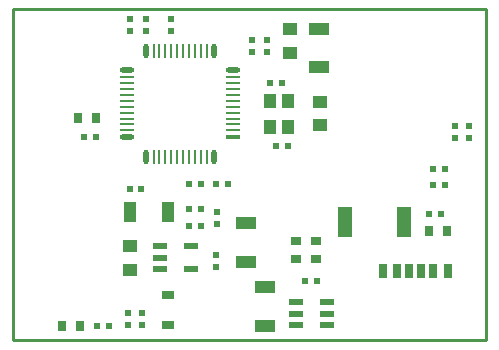
<source format=gtp>
%FSLAX25Y25*%
%MOIN*%
G70*
G01*
G75*
G04 Layer_Color=8421504*
%ADD10C,0.01500*%
%ADD11C,0.00800*%
%ADD12C,0.02000*%
%ADD13C,0.01000*%
%ADD14C,0.04000*%
%ADD15R,0.04724X0.09843*%
%ADD16R,0.02756X0.03347*%
%ADD17R,0.02362X0.02362*%
%ADD18O,0.00984X0.04724*%
%ADD19O,0.04724X0.00984*%
%ADD20O,0.04724X0.01772*%
%ADD21O,0.01772X0.04724*%
%ADD22R,0.04724X0.01772*%
%ADD23R,0.02362X0.02362*%
%ADD24R,0.04331X0.04724*%
%ADD25R,0.05118X0.03937*%
%ADD26R,0.07087X0.03937*%
%ADD27R,0.02756X0.04724*%
%ADD28R,0.02992X0.04724*%
%ADD29R,0.03150X0.04724*%
%ADD30R,0.03347X0.02756*%
%ADD31R,0.04724X0.01969*%
%ADD32R,0.03937X0.03150*%
%ADD33R,0.03937X0.07087*%
%ADD34C,0.03000*%
%ADD35C,0.03500*%
%ADD36C,0.17716*%
%ADD37C,0.07874*%
%ADD38C,0.05906*%
%ADD39R,0.05906X0.05906*%
%ADD40R,0.03937X0.03937*%
%ADD41C,0.03937*%
%ADD42O,0.04331X0.06693*%
%ADD43R,0.03937X0.03937*%
%ADD44R,0.05906X0.05906*%
%ADD45C,0.03000*%
%ADD46C,0.02000*%
%ADD47R,0.07874X0.07874*%
%ADD48O,0.03543X0.08661*%
%ADD49C,0.00500*%
%ADD50C,0.02362*%
%ADD51C,0.00984*%
%ADD52C,0.00787*%
%ADD53C,0.00591*%
D13*
X0Y0D02*
X157480D01*
Y-110236D02*
Y0D01*
X0Y-110236D02*
X157480D01*
X0D02*
Y0D01*
D15*
X110415Y-70800D02*
D03*
X130100D02*
D03*
D16*
X21700Y-36300D02*
D03*
X27606D02*
D03*
X144405Y-73700D02*
D03*
X138500D02*
D03*
X16295Y-105500D02*
D03*
X22200D02*
D03*
D17*
X23600Y-42600D02*
D03*
X27537D02*
D03*
X87500Y-45600D02*
D03*
X91437D02*
D03*
X89500Y-24400D02*
D03*
X85563D02*
D03*
X140000Y-53300D02*
D03*
X143937D02*
D03*
X140000Y-58400D02*
D03*
X143937D02*
D03*
X142405Y-68100D02*
D03*
X138469D02*
D03*
X97200Y-90400D02*
D03*
X101137D02*
D03*
X31900Y-105500D02*
D03*
X27963D02*
D03*
X42700Y-59800D02*
D03*
X38763D02*
D03*
X62500Y-58300D02*
D03*
X58563D02*
D03*
X58600Y-66400D02*
D03*
X62537D02*
D03*
Y-72200D02*
D03*
X58600D02*
D03*
X67563Y-58200D02*
D03*
X71500D02*
D03*
D18*
X60505Y-13725D02*
D03*
X52631D02*
D03*
X58536D02*
D03*
X54599D02*
D03*
X56568D02*
D03*
X48694D02*
D03*
X54599Y-49158D02*
D03*
X46725D02*
D03*
X62473Y-13725D02*
D03*
X50662D02*
D03*
X48694Y-49158D02*
D03*
X50662D02*
D03*
X52631D02*
D03*
X56568D02*
D03*
X58536D02*
D03*
X60505D02*
D03*
X62473D02*
D03*
X64442D02*
D03*
Y-13725D02*
D03*
X46725D02*
D03*
D19*
X73300Y-24552D02*
D03*
Y-34394D02*
D03*
Y-28489D02*
D03*
Y-22583D02*
D03*
Y-32426D02*
D03*
Y-38331D02*
D03*
X37867Y-30457D02*
D03*
Y-26520D02*
D03*
Y-24552D02*
D03*
X73300Y-40300D02*
D03*
X37867D02*
D03*
X73300Y-30457D02*
D03*
Y-36363D02*
D03*
X37867Y-22583D02*
D03*
Y-32426D02*
D03*
Y-36363D02*
D03*
Y-34394D02*
D03*
Y-28489D02*
D03*
X37867Y-38331D02*
D03*
X73300Y-26520D02*
D03*
D20*
Y-20221D02*
D03*
X37867D02*
D03*
Y-42662D02*
D03*
D21*
X66804Y-13725D02*
D03*
X44363Y-49158D02*
D03*
X66804D02*
D03*
X44363Y-13725D02*
D03*
D22*
X73300Y-42662D02*
D03*
D23*
X39000Y-3200D02*
D03*
Y-7137D02*
D03*
X44300Y-3200D02*
D03*
Y-7137D02*
D03*
X52600Y-7100D02*
D03*
Y-3163D02*
D03*
X79625Y-10150D02*
D03*
Y-14087D02*
D03*
X84400Y-10150D02*
D03*
Y-14087D02*
D03*
X147225Y-42700D02*
D03*
Y-38763D02*
D03*
X151925D02*
D03*
Y-42700D02*
D03*
X67600Y-85700D02*
D03*
Y-81763D02*
D03*
X38200Y-101200D02*
D03*
Y-105137D02*
D03*
X42900Y-105100D02*
D03*
Y-101163D02*
D03*
X67800Y-67500D02*
D03*
Y-71437D02*
D03*
D24*
X85547Y-39231D02*
D03*
Y-30569D02*
D03*
X91453Y-39231D02*
D03*
Y-30569D02*
D03*
D25*
X102300Y-30700D02*
D03*
Y-38574D02*
D03*
X38900Y-78926D02*
D03*
Y-86800D02*
D03*
X92100Y-6526D02*
D03*
Y-14400D02*
D03*
D26*
X102000Y-19295D02*
D03*
Y-6500D02*
D03*
X84000Y-92605D02*
D03*
Y-105400D02*
D03*
X77400Y-71305D02*
D03*
Y-84100D02*
D03*
D27*
X131931Y-87100D02*
D03*
X135869D02*
D03*
D28*
X127916D02*
D03*
X139884D02*
D03*
D29*
X144727D02*
D03*
X123073D02*
D03*
D30*
X100800Y-83100D02*
D03*
Y-77194D02*
D03*
X94300Y-83200D02*
D03*
Y-77294D02*
D03*
D31*
X94182Y-97463D02*
D03*
Y-101400D02*
D03*
Y-105337D02*
D03*
X104418D02*
D03*
Y-97463D02*
D03*
X104418Y-101400D02*
D03*
X59236Y-78763D02*
D03*
Y-86637D02*
D03*
X49000D02*
D03*
Y-82700D02*
D03*
Y-78763D02*
D03*
D32*
X51500Y-95300D02*
D03*
Y-105142D02*
D03*
D33*
X38905Y-67500D02*
D03*
X51700D02*
D03*
M02*

</source>
